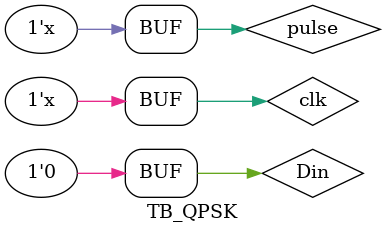
<source format=v>

module TB_QPSK;
reg Din,clk,pulse;
wire [15:0] out;
QPSK qpsk_1(out,Din,clk,pulse);
initial
begin
$monitor("pulse=%b Din=%b out=%d",pulse,Din,out);
    clk=0;Din=0;pulse=0;
end
always
begin
    #4 clk=~clk;
end
always
begin
    #200 pulse=~pulse;
end
always
begin
    #32 Din=1;
    #32 Din=0;
    #32 Din=1;
    #128 Din=0;
    #32 Din=1;
    #32 Din=0;
    #64 Din=1;
    #96 Din=0;
end
endmodule
</source>
